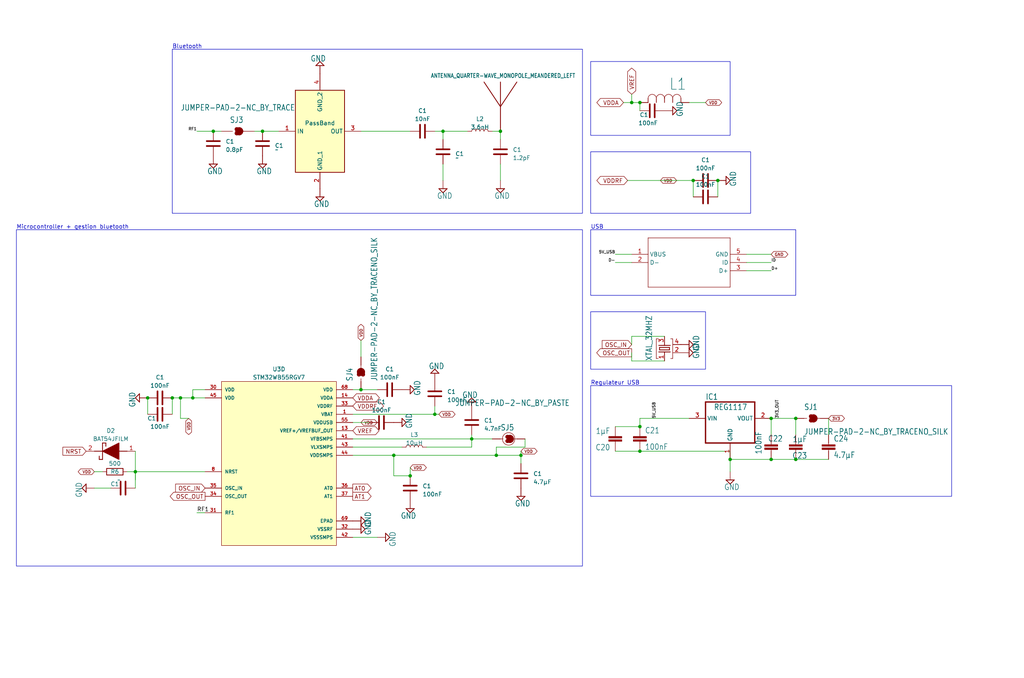
<source format=kicad_sch>
(kicad_sch (version 20230121) (generator eeschema)
  (paper "User" 317.068 210.007)
  (lib_symbols
    (symbol "BAT54:BAT54JFILM" (pin_names hide)
      (property "Reference" "D" (at 12.7 8.89 0))
      (property "Value" "BAT54JFILM" (at 12.7 6.35 0))
      (symbol "BAT54JFILM_1_1"
        (polyline (pts (xy 5.08 0) (xy 7.62 0)) (stroke (width 0.254)))
        (polyline (pts (xy 6.604 -1.524) (xy 6.604 -2.54)) (stroke (width 0.254)))
        (polyline (pts (xy 7.62 -2.54) (xy 6.604 -2.54)) (stroke (width 0.254)))
        (polyline (pts (xy 7.62 2.54) (xy 7.62 -2.54)) (stroke (width 0.254)))
        (polyline (pts (xy 7.62 2.54) (xy 8.636 2.54)) (stroke (width 0.254)))
        (polyline (pts (xy 8.636 1.524) (xy 8.636 2.54)) (stroke (width 0.254)))
        (polyline (pts (xy 12.7 0) (xy 15.24 0)) (stroke (width 0.254)))
        (polyline (pts (xy 7.62 0) (xy 12.7 2.54) (xy 12.7 -2.54) (xy 7.62 0)) (stroke (width 0.254)) (fill (type outline)))
        (pin passive line (at 17.78 0 180) (length 2.54) (name "A") (number "1"))
        (pin passive line (at 2.54 0 0) (length 2.54) (name "K") (number "2"))
      )
    )
    (symbol "Device:C" (pin_numbers hide) (pin_names (offset 0.254))
      (property "Reference" "C" (at 0.635 2.54 0))
      (property "Value" "C" (at 0.635 -2.54 0))
      (symbol "C_0_1"
        (polyline (pts (xy -2.032 -0.762) (xy 2.032 -0.762)) (stroke (width 0.508)))
        (polyline (pts (xy -2.032 0.762) (xy 2.032 0.762)) (stroke (width 0.508)))
      )
      (symbol "C_1_1"
        (pin passive line (at 0 3.81 270) (length 2.794) (name "~") (number "1"))
        (pin passive line (at 0 -3.81 90) (length 2.794) (name "~") (number "2"))
      )
    )
    (symbol "Device:L" (pin_numbers hide) (pin_names (offset 1.016) hide)
      (property "Reference" "L" (at -1.27 0 90))
      (property "Value" "L" (at 1.905 0 90))
      (symbol "L_0_1"
        (arc (start 0 -2.54) (mid 0.6323 -1.905) (end 0 -1.27))
        (arc (start 0 -1.27) (mid 0.6323 -0.635) (end 0 0))
        (arc (start 0 0) (mid 0.6323 0.635) (end 0 1.27))
        (arc (start 0 1.27) (mid 0.6323 1.905) (end 0 2.54))
      )
      (symbol "L_1_1"
        (pin passive line (at 0 3.81 270) (length 1.27) (name "1") (number "1"))
        (pin passive line (at 0 -3.81 90) (length 1.27) (name "2") (number "2"))
      )
    )
    (symbol "Device:R" (pin_numbers hide) (pin_names (offset 0))
      (property "Reference" "R" (at 2.032 0 90))
      (property "Value" "R" (at 0 0 90))
      (symbol "R_0_1"
        (rectangle (start -1.016 -2.54) (end 1.016 2.54) (stroke (width 0.254)))
      )
      (symbol "R_1_1"
        (pin passive line (at 0 3.81 270) (length 1.27) (name "~") (number "1"))
        (pin passive line (at 0 -3.81 90) (length 1.27) (name "~") (number "2"))
      )
    )
    (symbol "PassBandFI212B245026-T:FI212B245026-T"
      (property "Reference" "FL" (at 21.59 17.78 0))
      (property "Value" "FI212B245026-T" (at 21.59 15.24 0))
      (symbol "FI212B245026-T_1_1"
        (rectangle (start 5.08 12.7) (end 20.32 -12.7) (stroke (width 0.254)) (fill (type background)))
        (pin passive line (at 0 0 0) (length 5.08) (name "IN") (number "1"))
        (pin passive line (at 12.7 -17.78 90) (length 5.08) (name "GND_1") (number "2"))
        (pin passive line (at 25.4 0 180) (length 5.08) (name "OUT") (number "3"))
        (pin passive line (at 12.7 17.78 270) (length 5.08) (name "GND_2") (number "4"))
      )
    )
    (symbol "STM32WB55RGV7:STM32WB55RGV7" (pin_names (offset 1.016))
      (property "Reference" "U3" (at 0 29.21 0))
      (property "Value" "STM32WB55RGV7" (at 0 26.67 0))
      (symbol "STM32WB55RGV7_1_0"
        (rectangle (start -68.58 -25.4) (end 68.58 22.86) (stroke (width 0.1524)) (fill (type background)))
        (pin bidirectional line (at -73.66 17.78 0) (length 5.08) (name "PA0/TIM2_CH1/COMP1_OUT/SAI1_EXTCLK/TIM2_ETR/CM4_EVENTOUT/COMP1_INM/ADC1_IN5/RTC_TAMP2/WKUP1") (number "15"))
        (pin bidirectional line (at -73.66 15.24 0) (length 5.08) (name "PA1/TIM2_CH2/I2C1_SMBA/SPI1_SCK/LCD_SEG0/CM4_EVENTOUT/COMP1_INP/ADC1_IN6") (number "16"))
        (pin bidirectional line (at -73.66 12.7 0) (length 5.08) (name "PA2/LSCO/TIM2_CH3/LPUART1_TX/QUADSPI_BK1_NCS/LCD_SEG1/COMP2_OUT/CM4_EVENTOUT/COMP2_INM/ADC1_IN7/WKUP4/LSCO") (number "17"))
        (pin bidirectional line (at -73.66 10.16 0) (length 5.08) (name "PA3/TIM2_CH4/SAI1_PDM_CK1/LPUART1_RX/QUADSPI_CLK/LCD_SEG2/SAI1_MCLK_A/CM4_EVENTOUT/COMP2_INP/ADC1_IN8") (number "18"))
        (pin bidirectional line (at -73.66 7.62 0) (length 5.08) (name "PA4/SPI1_NSS/SAI1_FS_B/LPTIM2_OUT/LCD_SEG5/CM4_EVENTOUT/COMP1_INM/COMP2_INM/ADC1_IN9") (number "19"))
        (pin bidirectional line (at -73.66 5.08 0) (length 5.08) (name "PA5/TIM2_CH1/TIM2_ETR/SPI1_SCK/LPTIM2_ETR/SAI1_SD_B/CM4_EVENTOUT/COMP1_INM/COMP2_INM/ADC1_IN10") (number "20"))
        (pin bidirectional line (at -73.66 2.54 0) (length 5.08) (name "PA6/TIM1_BKIN/SPI1_MISO/LPUART1_CTS/QUADSPI_BK1_IO3/LCD_SEG3/TIM16_CH1/CM4_EVENTOUT/ADC1_IN11") (number "21"))
        (pin bidirectional line (at -73.66 0 0) (length 5.08) (name "PA7/TIM1_CH1N/I2C3_SCL/SPI1_MOSI/QUADSPI_BK1_IO2/LCD_SEG4/COMP2_OUT/TIM17_CH1/CM4_EVENTOUT/ADC1_IN12") (number "22"))
        (pin bidirectional line (at -73.66 -2.54 0) (length 5.08) (name "PA8/MCO/TIM1_CH1/SAI1_PDM_CK2/USART1_CK/LCD_COM0/SAI1_SCK_A/LPTIM2_OUT/CM4_EVENTOUT/ADC1_IN15") (number "23"))
        (pin bidirectional line (at -73.66 -5.08 0) (length 5.08) (name "PA9/TIM1_CH2/SAI1_PDM_DI2/I2C1_SCL/SPI2_SCK/USART1_TX/LCD_COM1/SAI1_FS_A/CM4_EVENTOUT/COMP1_INM/ADC1_IN16") (number "24"))
        (pin bidirectional line (at -73.66 -7.62 0) (length 5.08) (name "PA10/TIM1_CH3/SAI1_PDM_DI1/I2C1_SDA/USART1_RX/USB_CRS_SYNC/LCD_COM2/SAI1_SD_A/TIM17_BKIN/CM4_EVENTOUT") (number "51"))
        (pin bidirectional line (at -73.66 -10.16 0) (length 5.08) (name "PA11/TIM1_CH4/TIM1_BKIN2/SPI1_MISO/USART1_CTS/USB_DM/CM4_EVENTOUT") (number "52"))
        (pin bidirectional line (at -73.66 -12.7 0) (length 5.08) (name "PA12/TIM1_ETR/SPI1_MOSI/LPUART1_RX/USART1_RTS_DE/USB_DP/CM4_EVENTOUT") (number "53"))
        (pin bidirectional line (at -73.66 -15.24 0) (length 5.08) (name "PA13/JTMS-SWDIO/IR_OUT/USB_NOE/SAI1_SD_B/CM4_EVENTOUT") (number "54"))
        (pin bidirectional line (at -73.66 -17.78 0) (length 5.08) (name "PA14/JTCK-SWCLK/LPTIM1_OUT/I2C1_SMBA/LCD_SEG5/SAI1_FS_B/CM4_EVENTOUT") (number "56"))
        (pin bidirectional line (at -73.66 -20.32 0) (length 5.08) (name "PA15/JTDI/TIM2_CH1/TIM2_ETR/SPI1_NSS/TSC_G3_IO1/LCD_SEG17/CM4_EVENTOUT") (number "57"))
      )
      (symbol "STM32WB55RGV7_2_0"
        (rectangle (start -71.12 -25.4) (end 71.12 22.86) (stroke (width 0.1524)) (fill (type background)))
        (pin bidirectional line (at -76.2 12.7 0) (length 5.08) (name "PB2/RTC_OUT/LPTIM1_OUT/I2C3_SMBA/SPI1_NSS/LCD_VLCD/SAI1_EXTCLK/CM4_EVENTOUT/COMP1_INP") (number "27"))
        (pin bidirectional line (at -76.2 -7.62 0) (length 5.08) (name "PB10/TIM2_CH3/I2C3_SCL/SPI2_SCK/LPUART1_RX/TSC_SYNC/QUADSPI_CLK/LCD_SEG10/COMP1_OUT/SAI1_SCK_A/CM4_EVENTOUT") (number "28"))
        (pin bidirectional line (at -76.2 -10.16 0) (length 5.08) (name "PB11/TIM2_CH4/I2C3_SDA/LPUART1_TX/QUADSPI_BK1_NCS/LCD_SEG11/COMP2_OUT/CM4_EVENTOUT") (number "29"))
        (pin bidirectional line (at -76.2 17.78 0) (length 5.08) (name "PB0/COMP1_OUT/CM4_EVENTOUT/EXT_PA_TX") (number "38"))
        (pin bidirectional line (at -76.2 15.24 0) (length 5.08) (name "PB1/LPUART1_RTS_DE/LPTIM2_IN1/CM4_EVENTOUT") (number "39"))
        (pin bidirectional line (at -76.2 -12.7 0) (length 5.08) (name "PB12/TIM1_BKIN/I2C3_SMBA/SPI2_NSS/LPUART1_RTS/TSC_G1_IO1/LCD_SEG12/SAI1_FS_A/CM4_EVENTOUT") (number "46"))
        (pin bidirectional line (at -76.2 -15.24 0) (length 5.08) (name "PB13/TIM1_CH1N/I2C3_SCL/SPI2_SCK/LPUART1_CTS/TSC_G1_IO2/LCD_SEG13/SAI1_SCK_A/CM4_EVENTOUT") (number "47"))
        (pin bidirectional line (at -76.2 -17.78 0) (length 5.08) (name "PB14/TIM1_CH2N/I2C3_SDA/SPI2_MISO/TSC_G1_IO3/LCD_SEG14/SAI1_MCLK_A/CM4_EVENTOUT") (number "48"))
        (pin bidirectional line (at -76.2 -20.32 0) (length 5.08) (name "PB15/RTC_REFIN/TIM1_CH3N/SPI2_MOSI/TSC_G1_IO4/LCD_SEG15/SAI1_SD_A/CM4_EVENTOUT") (number "49"))
        (pin bidirectional line (at -76.2 -2.54 0) (length 5.08) (name "PB8/TIM1_CH2N/SAI1_PDM_CK1/I2C1_SCL/QUADSPI_BK1_IO1/LCD_SEG16/SAI1_MCLK_A/TIM16_CH1/CM4_EVENTOUT") (number "6"))
        (pin bidirectional line (at -76.2 10.16 0) (length 5.08) (name "PB3/JTDO-TRACESWO/TIM2_CH2/SPI1_SCK/USART1_RTS_DE/LCD_SEG7/SAI1_SCK_B/CM4_EVENTOUT/COMP2_INM") (number "63"))
        (pin bidirectional line (at -76.2 7.62 0) (length 5.08) (name "PB4/NJTRST/I2C3_SDA/SPI1_MISO/USART1_CTS/TSC_G2_IO1/LCD_SEG8/SAI1_MCLK_B/TIM17_BKIN/CM4_EVENTOUT/COMP2_INP") (number "64"))
        (pin bidirectional line (at -76.2 5.08 0) (length 5.08) (name "PB5/LPTIM1_IN1/I2C1_SMBA/SPI1_MOSI/USART1_CK/LPUART1_TX/TSC_G2_IO2/LCD_SEG9/COMP2_OUT/SAI1_SD_B/TIM16_BKIN/CM4_EVENTOUT") (number "65"))
        (pin bidirectional line (at -76.2 2.54 0) (length 5.08) (name "PB6/LPTIM1_ETR/I2C1_SCL/USART1_TX/TSC_G2_IO3/LCD_SEG6/SAI1_FS_B/TIM16_CH1N/MCO/CM4_EVENTOUT/COMP2_INP") (number "66"))
        (pin bidirectional line (at -76.2 0 0) (length 5.08) (name "PB7/LPTIM1_IN2/TIM1_BKIN/I2C1_SDA/USART1_RX/TSC_G2_IO4/LCD_SEG21/TIM17_CH1N/CM4_EVENTOUT/COMP2_INM/PVD_IN") (number "67"))
        (pin bidirectional line (at -76.2 -5.08 0) (length 5.08) (name "PB9/TIM1_CH3N/SAI1_PDM_DI2/I2C1_SDA/SPI2_NSS/IR_OUT/TSC_G7_IO4/QUADSPI_BK1_IO0/LCD_COM3/SAI1_FS_A/TIM17_CH1/CM4_EVENTOUT") (number "7"))
      )
      (symbol "STM32WB55RGV7_3_0"
        (rectangle (start -53.34 -30.48) (end 53.34 27.94) (stroke (width 0.1524)) (fill (type background)))
        (pin bidirectional line (at -58.42 20.32 0) (length 5.08) (name "PC1/LPTIM1_OUT/SPI2_MOSI/I2C3_SDA/LPUART1_TX/LCD_SEG19/CM4_EVENTOUT/ADC1_IN2") (number "10"))
        (pin bidirectional line (at -58.42 17.78 0) (length 5.08) (name "PC2/LPTIM1_IN2/SPI2_MISO/LCD_SEG20/CM4_EVENTOUT/ADC1_IN3") (number "11"))
        (pin bidirectional line (at -58.42 15.24 0) (length 5.08) (name "PC3/LPTIM1_ETR/SAI1_PDM_DI1/SPI2_MOSI/LCD_VLCD/SAI1_SD_A/LPTIM2_ETR/CM4_EVENTOUT/ADC1_IN4") (number "12"))
        (pin bidirectional line (at -58.42 -2.54 0) (length 5.08) (name "PC13/CM4_EVENTOUT/RTC_TAMP1/RTC_TS/RTC_OUT/WKUP2") (number "2"))
        (pin bidirectional line (at -58.42 12.7 0) (length 5.08) (name "PC4/LCD_SEG22/CM4_EVENTOUT/COMP1_INM/ADC1_IN13") (number "25"))
        (pin bidirectional line (at -58.42 10.16 0) (length 5.08) (name "PC5/SAI1_PDM_DI3/LCD_SEG23/CM4_EVENTOUT/COMP1_INP/ADC1_IN14/WKUP5") (number "26"))
        (pin bidirectional line (at -58.42 -5.08 0) (length 5.08) (name "PC14-OSC32_IN") (number "3"))
        (pin bidirectional line (at -58.42 -7.62 0) (length 5.08) (name "PC15-OSC32_OUT") (number "4"))
        (pin bidirectional line (at -58.42 -20.32 0) (length 5.08) (name "PE4/CM4_EVENTOUT") (number "40"))
        (pin bidirectional line (at -58.42 -25.4 0) (length 5.08) (name "PH3-BOOT0") (number "5"))
        (pin bidirectional line (at -58.42 7.62 0) (length 5.08) (name "PC6/TSC_G4_IO1/LCD_SEG24/CM4_EVENTOUT") (number "50"))
        (pin bidirectional line (at -58.42 5.08 0) (length 5.08) (name "PC10/TRACED1/TSC_G3_IO2/LCD_COM4/LCD_SEG28/LCD_SEG40/CM4_EVENTOUT") (number "58"))
        (pin bidirectional line (at -58.42 2.54 0) (length 5.08) (name "PC11/TSC_G3_IO3/LCD_COM5/LCD_SEG29/LCD_SEG41/CM4_EVENTOUT") (number "59"))
        (pin bidirectional line (at -58.42 0 0) (length 5.08) (name "PC12/TRACED3/TSC_G3_IO4/LCD_COM6/LCD_SEG30/LCD_SEG42/CM4_EVENTOUT") (number "60"))
        (pin bidirectional line (at -58.42 -12.7 0) (length 5.08) (name "PD0/SPI2_NSS/CM4_EVENTOUT") (number "61"))
        (pin bidirectional line (at -58.42 -15.24 0) (length 5.08) (name "PD1/SPI2_SCK/CM4_EVENTOUT") (number "62"))
        (pin bidirectional line (at -58.42 22.86 0) (length 5.08) (name "PC0/LPTIM1_IN1/I2C3_SCL/LPUART1_RX/LCD_SEG18/LPTIM2_IN1/CM4_EVENTOUT/ADC1_IN1") (number "9"))
      )
      (symbol "STM32WB55RGV7_4_0"
        (rectangle (start -17.78 -25.4) (end 17.78 25.4) (stroke (width 0.1524)) (fill (type background)))
        (pin power_in line (at 22.86 15.24 180) (length 5.08) (name "VBAT") (number "1"))
        (pin power_in line (at 22.86 10.16 180) (length 5.08) (name "VREF+/VREFBUF_OUT") (number "13"))
        (pin power_in line (at 22.86 20.32 180) (length 5.08) (name "VDDA") (number "14"))
        (pin power_in line (at -22.86 22.86 0) (length 5.08) (name "VDD") (number "30"))
        (pin bidirectional line (at -22.86 -15.24 0) (length 5.08) (name "RF1") (number "31"))
        (pin power_in line (at 22.86 -20.32 180) (length 5.08) (name "VSSRF") (number "32"))
        (pin power_in line (at 22.86 17.78 180) (length 5.08) (name "VDDRF") (number "33"))
        (pin output line (at -22.86 -10.16 0) (length 5.08) (name "OSC_OUT") (number "34"))
        (pin input line (at -22.86 -7.62 0) (length 5.08) (name "OSC_IN") (number "35"))
        (pin output line (at 22.86 -7.62 180) (length 5.08) (name "AT0") (number "36"))
        (pin output line (at 22.86 -10.16 180) (length 5.08) (name "AT1") (number "37"))
        (pin power_in line (at 22.86 7.62 180) (length 5.08) (name "VFBSMPS") (number "41"))
        (pin power_in line (at 22.86 -22.86 180) (length 5.08) (name "VSSSMPS") (number "42"))
        (pin power_in line (at 22.86 5.08 180) (length 5.08) (name "VLXSMPS") (number "43"))
        (pin power_in line (at 22.86 2.54 180) (length 5.08) (name "VDDSMPS") (number "44"))
        (pin power_in line (at -22.86 20.32 0) (length 5.08) (name "VDD") (number "45"))
        (pin power_in line (at 22.86 12.7 180) (length 5.08) (name "VDDUSB") (number "55"))
        (pin power_in line (at 22.86 22.86 180) (length 5.08) (name "VDD") (number "68"))
        (pin power_in line (at 22.86 -17.78 180) (length 5.08) (name "EPAD") (number "69"))
        (pin input line (at -22.86 -2.54 0) (length 5.08) (name "NRST") (number "8"))
      )
    )
    (symbol "board-eagle-import:473460001"
      (symbol "473460001_1_0"
        (polyline (pts (xy 7.62 -10.16) (xy 33.02 -10.16)) (stroke (width 0.1524)))
        (polyline (pts (xy 7.62 5.08) (xy 7.62 -10.16)) (stroke (width 0.1524)))
        (polyline (pts (xy 33.02 -10.16) (xy 33.02 5.08)) (stroke (width 0.1524)))
        (polyline (pts (xy 33.02 5.08) (xy 7.62 5.08)) (stroke (width 0.1524)))
        (pin passive line (at 2.54 0 0) (length 5.08) (name "VBUS") (number "1"))
        (pin passive line (at 2.54 -2.54 0) (length 5.08) (name "D-") (number "2"))
        (pin passive line (at 38.1 -5.08 180) (length 5.08) (name "D+") (number "3"))
        (pin passive line (at 38.1 -2.54 180) (length 5.08) (name "ID") (number "4"))
        (pin passive line (at 38.1 0 180) (length 5.08) (name "GND") (number "5"))
      )
    )
    (symbol "board-eagle-import:ANTENNA_QUARTER-WAVE_MONOPOLE_MEANDERED_LEFT"
      (symbol "ANTENNA_QUARTER-WAVE_MONOPOLE_MEANDERED_LEFT_1_0"
        (polyline (pts (xy 0 0) (xy 0 7.62)) (stroke (width 0.254)))
        (polyline (pts (xy 0 7.62) (xy -5.08 15.24)) (stroke (width 0.254)))
        (polyline (pts (xy 0 7.62) (xy 0 15.24)) (stroke (width 0.254)))
        (polyline (pts (xy 0 7.62) (xy 5.08 15.24)) (stroke (width 0.254)))
        (pin bidirectional line (at 0 0 90) (length 0) (name "P$1") (number "P$1"))
      )
    )
    (symbol "board-eagle-import:BLM15AG601SN1D"
      (symbol "BLM15AG601SN1D_1_0"
        (polyline (pts (xy 2.54 0) (xy 2.54 1.27)) (stroke (width 0.2032)))
        (polyline (pts (xy 5.08 0) (xy 5.08 1.27)) (stroke (width 0.2032)))
        (polyline (pts (xy 7.62 0) (xy 7.62 1.27)) (stroke (width 0.2032)))
        (polyline (pts (xy 10.16 0) (xy 10.16 1.27)) (stroke (width 0.2032)))
        (polyline (pts (xy 12.7 0) (xy 12.7 1.27)) (stroke (width 0.2032)))
        (arc (start 5.08 1.27) (mid 3.81 2.5345) (end 2.54 1.27) (stroke (width 0.1524)))
        (arc (start 7.62 1.27) (mid 6.35 2.5345) (end 5.08 1.27) (stroke (width 0.1524)))
        (arc (start 10.16 1.27) (mid 8.89 2.5345) (end 7.62 1.27) (stroke (width 0.1524)))
        (arc (start 12.7 1.27) (mid 11.43 2.5345) (end 10.16 1.27) (stroke (width 0.1524)))
        (pin passive line (at 15.24 0 180) (length 2.54) (name "1") (number "1"))
        (pin passive line (at 0 0 0) (length 2.54) (name "2") (number "2"))
      )
    )
    (symbol "board-eagle-import:CAP0603-CAP"
      (property "Reference" "C" (at 1.524 2.921 0))
      (symbol "CAP0603-CAP_1_0"
        (rectangle (start -2.032 0.508) (end 2.032 1.016) (fill (type outline)))
        (rectangle (start -2.032 1.524) (end 2.032 2.032) (fill (type outline)))
        (polyline (pts (xy 0 0) (xy 0 0.508)) (stroke (width 0.1524)))
        (polyline (pts (xy 0 2.54) (xy 0 2.032)) (stroke (width 0.1524)))
        (pin passive line (at 0 5.08 270) (length 2.54) (name "1") (number "1"))
        (pin passive line (at 0 -2.54 90) (length 2.54) (name "2") (number "2"))
      )
    )
    (symbol "board-eagle-import:CAP0805"
      (property "Reference" "C" (at 1.524 2.921 0))
      (symbol "CAP0805_1_0"
        (rectangle (start -2.032 0.508) (end 2.032 1.016) (fill (type outline)))
        (rectangle (start -2.032 1.524) (end 2.032 2.032) (fill (type outline)))
        (polyline (pts (xy 0 0) (xy 0 0.508)) (stroke (width 0.1524)))
        (polyline (pts (xy 0 2.54) (xy 0 2.032)) (stroke (width 0.1524)))
        (pin passive line (at 0 5.08 270) (length 2.54) (name "1") (number "1"))
        (pin passive line (at 0 -2.54 90) (length 2.54) (name "2") (number "2"))
      )
    )
    (symbol "board-eagle-import:GND" (power)
      (property "Value" "GND" (at -1.905 -3.175 0))
      (symbol "GND_1_0"
        (polyline (pts (xy -1.27 0) (xy 1.27 0)) (stroke (width 0.254)))
        (polyline (pts (xy 0 -1.27) (xy -1.27 0)) (stroke (width 0.254)))
        (polyline (pts (xy 1.27 0) (xy 0 -1.27)) (stroke (width 0.254)))
        (pin power_in line (at 0 2.54 270) (length 2.54) (name "GND") (number "1"))
      )
    )
    (symbol "board-eagle-import:JUMPER-PAD-2-NC_BY_PASTE"
      (property "Reference" "SJ" (at -2.54 2.54 0))
      (symbol "JUMPER-PAD-2-NC_BY_PASTE_1_0"
        (arc (start -0.381 -0.635) (mid 0.2514 -0.0001) (end -0.3808 0.635) (stroke (width 1.27)))
        (polyline (pts (xy -2.54 0) (xy -1.651 0)) (stroke (width 0.1524)))
        (polyline (pts (xy 2.54 0) (xy 1.651 0)) (stroke (width 0.1524)))
        (circle (center 0 0) (radius 1.9344))
        (arc (start 0.3808 -0.635) (mid 1.0132 -0.0001) (end 0.381 0.635) (stroke (width 1.27)))
        (pin passive line (at -5.08 0 0) (length 2.54) (name "1") (number "1"))
        (pin passive line (at 5.08 0 180) (length 2.54) (name "2") (number "2"))
      )
    )
    (symbol "board-eagle-import:JUMPER-PAD-2-NC_BY_TRACE"
      (property "Reference" "SJ" (at -2.54 2.54 0))
      (symbol "JUMPER-PAD-2-NC_BY_TRACE_1_0"
        (arc (start -0.381 -0.635) (mid 0.2514 -0.0001) (end -0.3808 0.635) (stroke (width 1.27)))
        (polyline (pts (xy -2.54 0) (xy -1.651 0)) (stroke (width 0.1524)))
        (polyline (pts (xy -0.762 0) (xy 1.016 0)) (stroke (width 0.254)))
        (polyline (pts (xy 2.54 0) (xy 1.651 0)) (stroke (width 0.1524)))
        (arc (start 0.3809 -0.6351) (mid 0.83 -0.4491) (end 1.016 0) (stroke (width 1.27)))
        (arc (start 1.0159 -0.0001) (mid 0.83 0.4489) (end 0.381 0.635) (stroke (width 1.27)))
        (pin passive line (at -5.08 0 0) (length 2.54) (name "1") (number "1"))
        (pin passive line (at 5.08 0 180) (length 2.54) (name "2") (number "2"))
      )
    )
    (symbol "board-eagle-import:JUMPER-PAD-2-NC_BY_TRACENO_SILK"
      (property "Reference" "SJ" (at -2.54 2.54 0))
      (symbol "JUMPER-PAD-2-NC_BY_TRACENO_SILK_1_0"
        (arc (start -0.381 -0.635) (mid 0.2514 -0.0001) (end -0.3808 0.635) (stroke (width 1.27)))
        (polyline (pts (xy -2.54 0) (xy -1.651 0)) (stroke (width 0.1524)))
        (polyline (pts (xy -0.762 0) (xy 1.016 0)) (stroke (width 0.254)))
        (polyline (pts (xy 2.54 0) (xy 1.651 0)) (stroke (width 0.1524)))
        (arc (start 0.3809 -0.6351) (mid 0.83 -0.4491) (end 1.016 0) (stroke (width 1.27)))
        (arc (start 1.0159 -0.0001) (mid 0.83 0.4489) (end 0.381 0.635) (stroke (width 1.27)))
        (pin passive line (at -5.08 0 0) (length 2.54) (name "1") (number "1"))
        (pin passive line (at 5.08 0 180) (length 2.54) (name "2") (number "2"))
      )
    )
    (symbol "board-eagle-import:REG1117"
      (property "Reference" "IC" (at -7.62 5.715 0))
      (symbol "REG1117_1_0"
        (polyline (pts (xy -7.62 -7.62) (xy 7.62 -7.62)) (stroke (width 0.4064)))
        (polyline (pts (xy -7.62 5.08) (xy -7.62 -7.62)) (stroke (width 0.4064)))
        (polyline (pts (xy 7.62 -7.62) (xy 7.62 5.08)) (stroke (width 0.4064)))
        (polyline (pts (xy 7.62 5.08) (xy -7.62 5.08)) (stroke (width 0.4064)))
        (pin power_in line (at 0 -12.7 90) (length 5.08) (name "GND") (number "1"))
        (pin output line (at 12.7 0 180) (length 5.08) (name "VOUT") (number "2"))
        (pin input line (at -12.7 0 0) (length 5.08) (name "VIN") (number "3"))
      )
    )
    (symbol "board-eagle-import:XTAL_32MHZ"
      (symbol "XTAL_32MHZ_1_0"
        (polyline (pts (xy 0.762 0) (xy 0.762 0.635)) (stroke (width 0.1524)))
        (polyline (pts (xy 0.762 0) (xy 6.858 0)) (stroke (width 0.1524)))
        (polyline (pts (xy 0.762 4.445) (xy 0.762 5.08)) (stroke (width 0.1524)))
        (polyline (pts (xy 0.762 5.08) (xy 6.858 5.08)) (stroke (width 0.1524)))
        (polyline (pts (xy 2.54 2.54) (xy 2.794 2.54)) (stroke (width 0.1524)))
        (polyline (pts (xy 2.794 2.54) (xy 2.794 0.762)) (stroke (width 0.254)))
        (polyline (pts (xy 2.794 4.318) (xy 2.794 2.54)) (stroke (width 0.254)))
        (polyline (pts (xy 3.429 1.016) (xy 4.191 1.016)) (stroke (width 0.254)))
        (polyline (pts (xy 3.429 4.064) (xy 3.429 1.016)) (stroke (width 0.254)))
        (polyline (pts (xy 4.191 1.016) (xy 4.191 4.064)) (stroke (width 0.254)))
        (polyline (pts (xy 4.191 4.064) (xy 3.429 4.064)) (stroke (width 0.254)))
        (polyline (pts (xy 4.826 2.54) (xy 4.826 0.762)) (stroke (width 0.254)))
        (polyline (pts (xy 4.826 2.54) (xy 5.08 2.54)) (stroke (width 0.1524)))
        (polyline (pts (xy 4.826 4.318) (xy 4.826 2.54)) (stroke (width 0.254)))
        (polyline (pts (xy 6.858 0.635) (xy 6.858 0)) (stroke (width 0.1524)))
        (polyline (pts (xy 6.858 5.08) (xy 6.858 4.445)) (stroke (width 0.1524)))
        (pin passive line (at 0 2.54 0) (length 2.54) (name "1") (number "1"))
        (pin passive line (at 2.54 -2.54 90) (length 2.54) (name "2") (number "2"))
        (pin passive line (at 7.62 2.54 180) (length 2.54) (name "3") (number "3"))
        (pin passive line (at 5.08 -2.54 90) (length 2.54) (name "4") (number "4"))
      )
    )
  )
  (junction (at 81.28 40.64))
  (junction (at 198.12 139.7))
  (junction (at 146.05 135.89))
  (junction (at 59.69 123.19))
  (junction (at 195.58 31.75))
  (junction (at 214.63 55.88))
  (junction (at 238.76 129.54))
  (junction (at 134.62 128.27))
  (junction (at 55.88 123.19))
  (junction (at 137.16 40.64))
  (junction (at 226.06 142.24))
  (junction (at 127 147.32))
  (junction (at 246.38 142.24))
  (junction (at 198.12 132.08))
  (junction (at 154.94 40.64))
  (junction (at 246.38 129.54))
  (junction (at 238.76 142.24))
  (junction (at 53.34 123.19))
  (junction (at 111.76 120.65))
  (junction (at 222.25 55.88))
  (junction (at 41.91 146.05))
  (junction (at 161.29 140.97))
  (junction (at 45.72 123.19))
  (junction (at 153.67 140.97))
  (junction (at 198.12 31.75))
  (junction (at 66.04 40.64))
  (junction (at 121.92 140.97))
  (wire (pts (xy 190.5 139.7) (xy 198.12 139.7)) (stroke (width 0.1524)))
  (wire (pts (xy 137.16 55.88) (xy 137.16 50.8)) (stroke (width 0.1524)))
  (wire (pts (xy 78.74 40.64) (xy 81.28 40.64)) (stroke (width 0.1524)))
  (wire (pts (xy 256.54 134.62) (xy 256.54 129.54)) (stroke (width 0.1524)))
  (wire (pts (xy 55.88 123.19) (xy 59.69 123.19)))
  (wire (pts (xy 146.05 135.89) (xy 146.05 138.43)))
  (wire (pts (xy 132.08 138.43) (xy 146.05 138.43)))
  (wire (pts (xy 134.62 125.73) (xy 134.62 128.27)))
  (wire (pts (xy 213.36 31.75) (xy 218.44 31.75)) (stroke (width 0.1524)))
  (wire (pts (xy 109.22 128.27) (xy 134.62 128.27)))
  (wire (pts (xy 114.3 130.81) (xy 109.22 130.81)) (stroke (width 0.1524)))
  (wire (pts (xy 109.22 135.89) (xy 146.05 135.89)) (stroke (width 0.1524)))
  (wire (pts (xy 198.12 129.54) (xy 213.36 129.54)) (stroke (width 0.1524)))
  (wire (pts (xy 198.12 132.08) (xy 198.12 129.54)) (stroke (width 0.1524)))
  (wire (pts (xy 161.29 140.97) (xy 161.29 143.51)))
  (wire (pts (xy 238.76 134.62) (xy 238.76 129.54)) (stroke (width 0.1524)))
  (wire (pts (xy 195.58 31.75) (xy 198.12 31.75)) (stroke (width 0.1524)))
  (wire (pts (xy 231.14 78.74) (xy 238.76 78.74)) (stroke (width 0.1524)))
  (wire (pts (xy 41.91 146.05) (xy 63.5 146.05)))
  (wire (pts (xy 60.96 40.64) (xy 66.04 40.64)) (stroke (width 0.1524)))
  (wire (pts (xy 55.88 129.54) (xy 55.88 123.19)))
  (wire (pts (xy 66.04 40.64) (xy 68.58 40.64)) (stroke (width 0.1524)))
  (wire (pts (xy 195.58 78.74) (xy 190.5 78.74)) (stroke (width 0.1524)))
  (wire (pts (xy 195.58 109.22) (xy 195.58 111.76)) (stroke (width 0.1524)))
  (wire (pts (xy 153.67 140.97) (xy 161.29 140.97)))
  (wire (pts (xy 41.91 139.7) (xy 41.91 146.05)))
  (wire (pts (xy 198.12 139.7) (xy 226.06 139.7)) (stroke (width 0.1524)))
  (wire (pts (xy 195.58 29.21) (xy 195.58 31.75)))
  (wire (pts (xy 146.05 135.89) (xy 152.4 135.89)) (stroke (width 0.1524)))
  (wire (pts (xy 58.42 129.54) (xy 55.88 129.54)))
  (wire (pts (xy 111.76 40.64) (xy 127 40.64)) (stroke (width 0.1524)))
  (wire (pts (xy 124.46 138.43) (xy 109.22 138.43)) (stroke (width 0.1524)))
  (wire (pts (xy 121.92 140.97) (xy 121.92 147.32)))
  (wire (pts (xy 41.91 146.05) (xy 41.91 148.59)))
  (wire (pts (xy 214.63 55.88) (xy 214.63 60.96)) (stroke (width 0.1524)))
  (wire (pts (xy 60.96 158.75) (xy 63.5 158.75)))
  (wire (pts (xy 127 144.78) (xy 127 147.32)))
  (wire (pts (xy 109.22 140.97) (xy 121.92 140.97)))
  (wire (pts (xy 226.06 142.24) (xy 226.06 146.05)) (stroke (width 0.1524)))
  (wire (pts (xy 146.05 134.62) (xy 146.05 135.89)))
  (wire (pts (xy 256.54 142.24) (xy 246.38 142.24)) (stroke (width 0.1524)))
  (wire (pts (xy 238.76 129.54) (xy 246.38 129.54)) (stroke (width 0.1524)))
  (wire (pts (xy 45.72 128.27) (xy 45.72 123.19)) (stroke (width 0.1524)))
  (wire (pts (xy 81.28 40.64) (xy 86.36 40.64)) (stroke (width 0.1524)))
  (wire (pts (xy 162.56 135.89) (xy 162.56 138.43)))
  (wire (pts (xy 238.76 142.24) (xy 226.06 142.24)) (stroke (width 0.1524)))
  (wire (pts (xy 161.29 139.7) (xy 161.29 140.97)))
  (wire (pts (xy 53.34 123.19) (xy 55.88 123.19)))
  (wire (pts (xy 246.38 129.54) (xy 246.38 134.62)) (stroke (width 0.1524)))
  (wire (pts (xy 53.34 123.19) (xy 53.34 128.27)) (stroke (width 0.1524)))
  (wire (pts (xy 195.58 104.14) (xy 205.74 104.14)) (stroke (width 0.1524)))
  (wire (pts (xy 152.4 40.64) (xy 154.94 40.64)) (stroke (width 0.1524)))
  (wire (pts (xy 121.92 147.32) (xy 127 147.32)))
  (wire (pts (xy 134.62 40.64) (xy 137.16 40.64)) (stroke (width 0.1524)))
  (wire (pts (xy 222.25 60.96) (xy 222.25 55.88)) (stroke (width 0.1524)))
  (wire (pts (xy 34.29 151.13) (xy 29.21 151.13)) (stroke (width 0.1524)))
  (wire (pts (xy 231.14 83.82) (xy 238.76 83.82)) (stroke (width 0.1524)))
  (wire (pts (xy 154.94 40.64) (xy 154.94 43.18)) (stroke (width 0.1524)))
  (wire (pts (xy 195.58 111.76) (xy 205.74 111.76)) (stroke (width 0.1524)))
  (wire (pts (xy 231.14 81.28) (xy 238.76 81.28)) (stroke (width 0.1524)))
  (wire (pts (xy 135.89 128.27) (xy 134.62 128.27)))
  (wire (pts (xy 39.37 146.05) (xy 41.91 146.05)))
  (wire (pts (xy 246.38 142.24) (xy 238.76 142.24)) (stroke (width 0.1524)))
  (wire (pts (xy 109.22 120.65) (xy 111.76 120.65)) (stroke (width 0.1524)))
  (wire (pts (xy 226.06 139.7) (xy 226.06 142.24)) (stroke (width 0.1524)))
  (wire (pts (xy 63.5 120.65) (xy 59.69 120.65)))
  (wire (pts (xy 162.56 138.43) (xy 153.67 138.43)))
  (wire (pts (xy 194.31 55.88) (xy 214.63 55.88)) (stroke (width 0.1524)))
  (wire (pts (xy 41.91 146.05) (xy 41.91 151.13)) (stroke (width 0.1524)))
  (wire (pts (xy 59.69 120.65) (xy 59.69 123.19)))
  (wire (pts (xy 198.12 31.75) (xy 198.12 34.29)) (stroke (width 0.1524)))
  (wire (pts (xy 31.75 146.05) (xy 29.21 146.05)) (stroke (width 0.1524)))
  (wire (pts (xy 190.5 132.08) (xy 198.12 132.08)) (stroke (width 0.1524)))
  (wire (pts (xy 153.67 138.43) (xy 153.67 140.97)))
  (wire (pts (xy 154.94 55.88) (xy 154.94 50.8)) (stroke (width 0.1524)))
  (wire (pts (xy 59.69 123.19) (xy 63.5 123.19)))
  (wire (pts (xy 195.58 106.68) (xy 195.58 104.14)) (stroke (width 0.1524)))
  (wire (pts (xy 193.04 31.75) (xy 195.58 31.75)) (stroke (width 0.1524)))
  (wire (pts (xy 137.16 40.64) (xy 137.16 43.18)) (stroke (width 0.1524)))
  (wire (pts (xy 137.16 40.64) (xy 144.78 40.64)))
  (wire (pts (xy 111.76 110.49) (xy 111.76 105.41)) (stroke (width 0.1524)))
  (wire (pts (xy 109.22 166.37) (xy 116.84 166.37)))
  (wire (pts (xy 121.92 140.97) (xy 153.67 140.97)))
  (wire (pts (xy 195.58 81.28) (xy 190.5 81.28)) (stroke (width 0.1524)))
  (wire (pts (xy 111.76 120.65) (xy 116.84 120.65)) (stroke (width 0.1524)))
  (rectangle (start 182.88 96.52) (end 218.44 114.3))
  (rectangle (start 5.08 71.12) (end 180.34 175.26))
  (rectangle (start 182.88 119.38) (end 294.64 153.67))
  (rectangle (start 53.34 15.24) (end 180.34 66.04))
  (rectangle (start 182.88 19.05) (end 226.06 41.91))
  (rectangle (start 182.88 71.12) (end 246.38 91.44))
  (rectangle (start 182.88 46.99) (end 232.41 66.04))
  (text "USB\n" (at 182.88 71.12 0) (effects (font (size 1.27 1.27)) (justify left bottom)))
  (text "Bluetooth" (at 53.34 15.24 0) (effects (font (size 1.27 1.27)) (justify left bottom)))
  (text "Regulateur USB" (at 182.88 119.38 0) (effects (font (size 1.27 1.27)) (justify left bottom)))
  (text "Microcontroller + gestion bluetooth" (at 5.08 71.12 0) (effects (font (size 1.27 1.27)) (justify left bottom)))
  (label "5V_USB" (at 190.5 78.74 180) (effects (font (size 0.889 0.889))))
  (label "3V3_OUT" (at 241.3 129.54 90) (effects (font (size 0.889 0.889))))
  (label "ID" (at 238.76 81.28 0) (effects (font (size 0.889 0.889))))
  (label "RF1" (at 60.96 40.64 180) (effects (font (size 0.889 0.889))))
  (label "D+" (at 238.76 83.82 0) (effects (font (size 0.889 0.889))))
  (label "D-" (at 190.5 81.28 180) (effects (font (size 0.889 0.889))))
  (label "5V_USB" (at 203.2 129.54 90) (effects (font (size 0.889 0.889))))
  (label "RF1" (at 60.96 158.75 0))
  (global_label "GND" (shape bidirectional) (at 238.76 78.74 0) (effects (font (size 0.889 0.889))) (property "Intersheetrefs" "${INTERSHEET_REFS}" (effects hide)))
  (global_label "3V3" (shape bidirectional) (at 256.54 129.54 0) (effects (font (size 0.889 0.889))) (property "Intersheetrefs" "${INTERSHEET_REFS}" (effects hide)))
  (global_label "VDD" (shape bidirectional) (at 111.76 105.41 90) (effects (font (size 0.889 0.889))) (property "Intersheetrefs" "${INTERSHEET_REFS}" (effects hide)))
  (global_label "VREF" (shape bidirectional) (at 195.58 29.21 90) (property "Intersheetrefs" "${INTERSHEET_REFS}" (effects hide)))
  (global_label "VDD" (shape bidirectional) (at 29.21 146.05 180) (effects (font (size 0.889 0.889))) (property "Intersheetrefs" "${INTERSHEET_REFS}" (effects hide)))
  (global_label "NRST" (shape input) (at 26.67 139.7 180) (property "Intersheetrefs" "${INTERSHEET_REFS}" (effects hide)))
  (global_label "OSC_IN" (shape input) (at 195.58 106.68 180) (property "Intersheetrefs" "${INTERSHEET_REFS}" (effects hide)))
  (global_label "VDD" (shape bidirectional) (at 204.47 55.88 0) (effects (font (size 0.889 0.889))) (property "Intersheetrefs" "${INTERSHEET_REFS}" (effects hide)))
  (global_label "AT1" (shape output) (at 109.22 153.67 0) (property "Intersheetrefs" "${INTERSHEET_REFS}" (effects hide)))
  (global_label "AT0" (shape output) (at 109.22 151.13 0) (property "Intersheetrefs" "${INTERSHEET_REFS}" (effects hide)))
  (global_label "VDDA" (shape bidirectional) (at 193.04 31.75 180) (property "Intersheetrefs" "${INTERSHEET_REFS}" (effects hide)))
  (global_label "VDD" (shape bidirectional) (at 58.42 129.54 270) (effects (font (size 0.889 0.889))) (property "Intersheetrefs" "${INTERSHEET_REFS}" (effects hide)))
  (global_label "VDD" (shape bidirectional) (at 135.89 128.27 0) (effects (font (size 0.889 0.889))) (property "Intersheetrefs" "${INTERSHEET_REFS}" (effects hide)))
  (global_label "OSC_IN" (shape input) (at 63.5 151.13 180) (property "Intersheetrefs" "${INTERSHEET_REFS}" (effects hide)))
  (global_label "OSC_OUT" (shape output) (at 63.5 153.67 180) (property "Intersheetrefs" "${INTERSHEET_REFS}" (effects hide)))
  (global_label "VDD" (shape bidirectional) (at 127 144.78 0) (effects (font (size 0.889 0.889))) (property "Intersheetrefs" "${INTERSHEET_REFS}" (effects hide)))
  (global_label "VDD" (shape bidirectional) (at 218.44 31.75 0) (effects (font (size 0.889 0.889))) (property "Intersheetrefs" "${INTERSHEET_REFS}" (effects hide)))
  (global_label "VDDA" (shape bidirectional) (at 109.22 123.19 0) (property "Intersheetrefs" "${INTERSHEET_REFS}" (effects hide)))
  (global_label "VDDRF" (shape bidirectional) (at 109.22 125.73 0) (property "Intersheetrefs" "${INTERSHEET_REFS}" (effects hide)))
  (global_label "OSC_OUT" (shape output) (at 195.58 109.22 180) (property "Intersheetrefs" "${INTERSHEET_REFS}" (effects hide)))
  (global_label "VDD" (shape bidirectional) (at 161.29 139.7 0) (effects (font (size 0.889 0.889))) (property "Intersheetrefs" "${INTERSHEET_REFS}" (effects hide)))
  (global_label "VDDRF" (shape bidirectional) (at 194.31 55.88 180) (property "Intersheetrefs" "${INTERSHEET_REFS}" (effects hide)))
  (global_label "VDD" (shape bidirectional) (at 111.76 130.81 0) (effects (font (size 0.889 0.889))) (property "Intersheetrefs" "${INTERSHEET_REFS}" (effects hide)))
  (global_label "VREF" (shape bidirectional) (at 109.22 133.35 0) (property "Intersheetrefs" "${INTERSHEET_REFS}" (effects hide)))
  (symbol (lib_id "board-eagle-import:GND") (at 213.36 109.22 90) (unit 1)
    (property "Reference" "#SUPPLY011" (effects hide))
    (property "Value" "GND" (at 216.535 111.125 0) (effects (font (size 1.778 1.5113)) (justify left bottom)))
  )
  (symbol (lib_id "board-eagle-import:473460001") (at 193.04 78.74 0) (unit 1)
    (property "Reference" "U1" (effects hide))
    (property "Value" "473460001" (effects hide))
    (property "Footprint" "board:47346-0001_MOL" (effects hide))
  )
  (symbol (lib_id "board-eagle-import:GND") (at 43.18 123.19 270) (unit 1)
    (property "Reference" "#SUPPLY015" (effects hide))
    (property "Value" "GND" (at 40.005 121.285 0) (effects (font (size 1.778 1.5113)) (justify left bottom)))
  )
  (symbol (lib_id "board-eagle-import:CAP0805") (at 246.38 137.16 180) (unit 1)
    (property "Reference" "C23" (at 249.936 140.081 0) (effects (font (size 1.778 1.5113)) (justify left bottom)))
    (property "Value" "1µF" (at 249.936 135.001 0) (effects (font (size 1.778 1.5113)) (justify left bottom)))
    (property "Footprint" "board:0805" (effects hide))
  )
  (symbol (lib_id "Device:C") (at 218.44 60.96 90) (unit 1)
    (property "Reference" "C1" (at 218.44 54.61 90))
    (property "Value" "100nF" (at 218.44 57.15 90))
    (property "Footprint" "Capacitor_SMD:C_0402_1005Metric" (effects hide))
    (instances (project "board" (path "" (reference "C1") (unit 1)) (path "" (reference "C15") (unit 1))))
  )
  (symbol (lib_id "board-eagle-import:ANTENNA_QUARTER-WAVE_MONOPOLE_MEANDERED_LEFT") (at 154.94 40.64 0) (unit 1)
    (property "Reference" "U$6" (effects hide))
    (property "Value" "ANTENNA_QUARTER-WAVE_MONOPOLE_MEANDERED_LEFT" (at 133.35 24.13 0) (effects (font (size 1.27 1.0795)) (justify left bottom)))
    (property "Footprint" "board:QWMP_MEANDERED_LEFT_+6" (effects hide))
  )
  (symbol (lib_id "board-eagle-import:GND") (at 127 157.48 0) (mirror y) (unit 1)
    (property "Reference" "#SUPPLY030" (effects hide))
    (property "Value" "GND" (at 128.905 160.655 0) (effects (font (size 1.778 1.5113)) (justify left bottom)))
  )
  (symbol (lib_id "board-eagle-import:GND") (at 208.28 34.29 90) (unit 1)
    (property "Reference" "#SUPPLY016" (effects hide))
    (property "Value" "GND" (at 211.455 36.195 0) (effects (font (size 1.778 1.5113)) (justify left bottom)))
  )
  (symbol (lib_id "Device:C") (at 130.81 40.64 90) (unit 1)
    (property "Reference" "C1" (at 130.81 34.29 90))
    (property "Value" "10nF" (at 130.81 36.83 90))
    (property "Footprint" "Capacitor_SMD:C_0402_1005Metric" (effects hide))
    (instances (project "board" (path "" (reference "C1") (unit 1)) (path "" (reference "C9") (unit 1))))
  )
  (symbol (lib_id "board-eagle-import:GND") (at 99.06 20.32 180) (unit 1)
    (property "Reference" "#SUPPLY07" (effects hide))
    (property "Value" "GND" (at 100.965 17.145 0) (effects (font (size 1.778 1.5113)) (justify left bottom)))
  )
  (symbol (lib_id "Device:C") (at 81.28 44.45 180) (unit 1)
    (property "Reference" "C1" (at 85.09 45.085 0) (effects (justify right)))
    (property "Value" "~" (at 85.09 46.355 0) (effects (justify right)))
    (property "Footprint" "Capacitor_SMD:C_0402_1005Metric" (effects hide))
    (instances (project "board" (path "" (reference "C1") (unit 1)) (path "" (reference "C3") (unit 1))))
  )
  (symbol (lib_id "board-eagle-import:BLM15AG601SN1D") (at 198.12 31.75 0) (unit 1)
    (property "Reference" "L1" (at 207.01 27.94 0) (effects (font (size 3.4798 2.9578)) (justify left bottom)))
    (property "Value" "BLM15AG601SN1D" (effects hide))
    (property "Footprint" "board:IND_BLM15_0402_MUR" (effects hide))
  )
  (symbol (lib_id "Device:C") (at 134.62 121.92 180) (unit 1)
    (property "Reference" "C1" (at 138.43 121.285 0) (effects (justify right)))
    (property "Value" "100nF" (at 138.43 123.825 0) (effects (justify right)))
    (property "Footprint" "Capacitor_SMD:C_0402_1005Metric" (effects hide))
    (instances (project "board" (path "" (reference "C1") (unit 1)) (path "" (reference "C16") (unit 1))))
  )
  (symbol (lib_id "Device:C") (at 38.1 151.13 90) (unit 1)
    (property "Reference" "C1" (at 35.56 149.86 90))
    (property "Value" "~" (at 36.83 148.59 90))
    (property "Footprint" "Capacitor_SMD:C_0402_1005Metric" (effects hide))
    (instances (project "board" (path "" (reference "C1") (unit 1)) (path "" (reference "C6") (unit 1))))
  )
  (symbol (lib_id "board-eagle-import:GND") (at 81.28 50.8 0) (unit 1)
    (property "Reference" "#SUPPLY04" (effects hide))
    (property "Value" "GND" (at 79.375 53.975 0) (effects (font (size 1.778 1.5113)) (justify left bottom)))
  )
  (symbol (lib_id "PassBandFI212B245026-T:FI212B245026-T") (at 86.36 40.64 0) (unit 1)
    (property "Reference" "FL1" (effects hide))
    (property "Value" "PassBand" (at 99.06 38.1 0))
    (property "Footprint" "FI212B245026T" (effects hide))
    (property "Datasheet" "https://ds.yuden.co.jp/TYCOMPAS/ut/download?pn=FI212B245026-T+&fileType=CS" (effects hide))
    (property "Height" "1" (effects hide))
    (property "Mouser Part Number" "963-FI212B245026-T" (effects hide))
    (property "Mouser Price/Stock" "https://www.mouser.co.uk/ProductDetail/Taiyo-Yuden/FI212B245026-T?qs=I6KAKw0tg2wcsQ8pBGRjNA%3D%3D" (effects hide))
    (property "Manufacturer_Name" "TAIYO YUDEN" (effects hide))
    (property "Manufacturer_Part_Number" "FI212B245026-T" (effects hide))
  )
  (symbol (lib_id "board-eagle-import:JUMPER-PAD-2-NC_BY_PASTE") (at 157.48 135.89 0) (unit 1)
    (property "Reference" "SJ5" (at 154.94 133.35 0) (effects (font (size 1.778 1.5113)) (justify left bottom)))
    (property "Value" "JUMPER-PAD-2-NC_BY_PASTE" (at 140.97 125.73 0) (effects (font (size 1.778 1.5113)) (justify left bottom)))
    (property "Footprint" "board:PAD-JUMPER-2-NC_BY_PASTE_YES_SILK" (effects hide))
  )
  (symbol (lib_id "board-eagle-import:GND") (at 66.04 50.8 0) (unit 1)
    (property "Reference" "#SUPPLY03" (effects hide))
    (property "Value" "GND" (at 64.135 53.975 0) (effects (font (size 1.778 1.5113)) (justify left bottom)))
  )
  (symbol (lib_id "Device:L") (at 128.27 138.43 90) (unit 1)
    (property "Reference" "L3" (at 128.27 134.62 90))
    (property "Value" "10µH" (at 128.27 137.16 90))
    (property "Footprint" "Inductor_SMD:L_0402_1005Metric" (effects hide))
  )
  (symbol (lib_id "board-eagle-import:JUMPER-PAD-2-NC_BY_TRACENO_SILK") (at 251.46 129.54 0) (unit 1)
    (property "Reference" "SJ1" (at 248.92 127 0) (effects (font (size 1.778 1.5113)) (justify left bottom)))
    (property "Value" "JUMPER-PAD-2-NC_BY_TRACENO_SILK" (at 248.92 134.62 0) (effects (font (size 1.778 1.5113)) (justify left bottom)))
    (property "Footprint" "board:PAD-JUMPER-2-NC_BY_TRACE_NO_SILK" (effects hide))
  )
  (symbol (lib_id "Device:C") (at 146.05 130.81 180) (unit 1)
    (property "Reference" "C1" (at 149.86 130.175 0) (effects (justify right)))
    (property "Value" "4.7nF" (at 149.86 132.715 0) (effects (justify right)))
    (property "Footprint" "Capacitor_SMD:C_0402_1005Metric" (effects hide))
    (instances (project "board" (path "" (reference "C1") (unit 1)) (path "" (reference "C19") (unit 1))))
  )
  (symbol (lib_id "board-eagle-import:REG1117") (at 226.06 129.54 0) (unit 1)
    (property "Reference" "IC1" (at 218.44 123.825 0) (effects (font (size 1.778 1.5113)) (justify left bottom)))
    (property "Value" "REG1117" (at 220.98 127 0) (effects (font (size 1.778 1.5113)) (justify left bottom)))
    (property "Footprint" "board:SOT223" (effects hide))
  )
  (symbol (lib_id "board-eagle-import:GND") (at 137.16 58.42 0) (unit 1)
    (property "Reference" "#SUPPLY05" (effects hide))
    (property "Value" "GND" (at 135.255 61.595 0) (effects (font (size 1.778 1.5113)) (justify left bottom)))
    (instances (project "board" (path "" (reference "#SUPPLY05") (unit 1)) (path "" (reference "#SUPPLY08") (unit 1))))
  )
  (symbol (lib_id "board-eagle-import:CAP0603-CAP") (at 256.54 139.7 0) (unit 1)
    (property "Reference" "C24" (at 258.064 136.779 0) (effects (font (size 1.778 1.5113)) (justify left bottom)))
    (property "Value" "4.7µF" (at 258.064 141.859 0) (effects (font (size 1.778 1.5113)) (justify left bottom)))
    (property "Footprint" "board:0603-CAP" (effects hide))
  )
  (symbol (lib_id "board-eagle-import:GND") (at 161.29 153.67 0) (unit 1)
    (property "Reference" "#SUPPLY019" (effects hide))
    (property "Value" "GND" (at 159.385 156.845 0) (effects (font (size 1.778 1.5113)) (justify left bottom)))
  )
  (symbol (lib_id "Device:C") (at 154.94 46.99 180) (unit 1)
    (property "Reference" "C1" (at 158.75 46.355 0) (effects (justify right)))
    (property "Value" "1.2pF" (at 158.75 48.895 0) (effects (justify right)))
    (property "Footprint" "Capacitor_SMD:C_0402_1005Metric" (effects hide))
    (instances (project "board" (path "" (reference "C1") (unit 1)) (path "" (reference "C7") (unit 1))))
  )
  (symbol (lib_id "board-eagle-import:CAP0805") (at 190.5 134.62 180) (unit 1)
    (property "Reference" "C20" (at 188.976 137.541 0) (effects (font (size 1.778 1.5113)) (justify left bottom)))
    (property "Value" "1µF" (at 188.976 132.461 0) (effects (font (size 1.778 1.5113)) (justify left bottom)))
    (property "Footprint" "board:0805" (effects hide))
  )
  (symbol (lib_id "board-eagle-import:GND") (at 154.94 58.42 0) (unit 1)
    (property "Reference" "#SUPPLY06" (effects hide))
    (property "Value" "GND" (at 153.035 61.595 0) (effects (font (size 1.778 1.5113)) (justify left bottom)))
    (instances (project "board" (path "" (reference "#SUPPLY06") (unit 1)) (path "" (reference "#SUPPLY09") (unit 1))))
  )
  (symbol (lib_id "Device:C") (at 201.93 34.29 90) (unit 1)
    (property "Reference" "C1" (at 199.39 35.56 90))
    (property "Value" "100nF" (at 200.66 38.1 90))
    (property "Footprint" "Capacitor_SMD:C_0402_1005Metric" (effects hide))
    (instances (project "board" (path "" (reference "C1") (unit 1)) (path "" (reference "C17") (unit 1))))
  )
  (symbol (lib_id "STM32WB55RGV7:STM32WB55RGV7") (at 86.36 143.51 0) (unit 4)
    (property "Reference" "U3" (at 86.36 114.3 0))
    (property "Value" "STM32WB55RGV7" (at 86.36 116.84 0))
    (property "Footprint" "STM32WB55RGV7:QFN40P800X800X100-69N" (effects hide))
    (property "STANDARD" "IPC-7351B" (effects hide))
    (property "MANUFACTURER" "ST Microelectronics" (effects hide))
    (property "PARTREV" "3" (effects hide))
  )
  (symbol (lib_id "board-eagle-import:GND") (at 226.06 148.59 0) (unit 1)
    (property "Reference" "#SUPPLY01" (effects hide))
    (property "Value" "GND" (at 224.155 151.765 0) (effects (font (size 1.778 1.5113)) (justify left bottom)))
  )
  (symbol (lib_id "Device:C") (at 161.29 147.32 180) (unit 1)
    (property "Reference" "C1" (at 165.1 146.685 0) (effects (justify right)))
    (property "Value" "4.7µF" (at 165.1 149.225 0) (effects (justify right)))
    (property "Footprint" "Capacitor_SMD:C_0402_1005Metric" (effects hide))
    (instances (project "board" (path "" (reference "C1") (unit 1)) (path "" (reference "C18") (unit 1))))
  )
  (symbol (lib_id "board-eagle-import:GND") (at 111.76 163.83 90) (unit 1)
    (property "Reference" "#SUPPLY021" (effects hide))
    (property "Value" "GND" (at 114.935 165.735 0) (effects (font (size 1.778 1.5113)) (justify left bottom)))
  )
  (symbol (lib_id "board-eagle-import:GND") (at 119.38 166.37 90) (mirror x) (unit 1)
    (property "Reference" "#SUPPLY023" (effects hide))
    (property "Value" "GND" (at 122.555 164.465 0) (effects (font (size 1.778 1.5113)) (justify left bottom)))
  )
  (symbol (lib_id "board-eagle-import:XTAL_32MHZ") (at 208.28 111.76 90) (unit 1)
    (property "Reference" "U$1" (effects hide))
    (property "Value" "XTAL_32MHZ" (at 201.93 111.76 0) (effects (font (size 1.778 1.5113)) (justify left bottom)))
    (property "Footprint" "board:BT-XTAL_2016_N" (effects hide))
  )
  (symbol (lib_id "Device:C") (at 49.53 128.27 90) (unit 1)
    (property "Reference" "C1" (at 46.99 129.54 90))
    (property "Value" "100nF" (at 49.53 132.08 90))
    (property "Footprint" "Capacitor_SMD:C_0402_1005Metric" (effects hide))
    (instances (project "board" (path "" (reference "C1") (unit 1)) (path "" (reference "C8") (unit 1))))
  )
  (symbol (lib_id "board-eagle-import:JUMPER-PAD-2-NC_BY_TRACE") (at 73.66 40.64 0) (unit 1)
    (property "Reference" "SJ3" (at 71.12 38.1 0) (effects (font (size 1.778 1.5113)) (justify left bottom)))
    (property "Value" "JUMPER-PAD-2-NC_BY_TRACE" (at 55.88 34.29 0) (effects (font (size 1.778 1.5113)) (justify left bottom)))
    (property "Footprint" "board:PAD-JUMPER-2-NC_BY_TRACE_YES_SILK" (effects hide))
  )
  (symbol (lib_id "board-eagle-import:GND") (at 124.46 130.81 90) (unit 1)
    (property "Reference" "#SUPPLY018" (effects hide))
    (property "Value" "GND" (at 127.635 132.715 0) (effects (font (size 1.778 1.5113)) (justify left bottom)))
  )
  (symbol (lib_id "Device:C") (at 118.11 130.81 90) (unit 1)
    (property "Reference" "C1" (at 118.11 124.46 90))
    (property "Value" "100nF" (at 118.11 127 90))
    (property "Footprint" "Capacitor_SMD:C_0402_1005Metric" (effects hide))
    (instances (project "board" (path "" (reference "C1") (unit 1)) (path "" (reference "C12") (unit 1))))
  )
  (symbol (lib_id "Device:C") (at 127 151.13 180) (unit 1)
    (property "Reference" "C1" (at 130.81 150.495 0) (effects (justify right)))
    (property "Value" "100nF" (at 130.81 153.035 0) (effects (justify right)))
    (property "Footprint" "Capacitor_SMD:C_0402_1005Metric" (effects hide))
    (instances (project "board" (path "" (reference "C1") (unit 1)) (path "" (reference "C11") (unit 1))))
  )
  (symbol (lib_id "Device:C") (at 120.65 120.65 90) (unit 1)
    (property "Reference" "C1" (at 120.65 114.3 90))
    (property "Value" "100nF" (at 120.65 116.84 90))
    (property "Footprint" "Capacitor_SMD:C_0402_1005Metric" (effects hide))
    (instances (project "board" (path "" (reference "C1") (unit 1)) (path "" (reference "C13") (unit 1))))
  )
  (symbol (lib_id "board-eagle-import:JUMPER-PAD-2-NC_BY_TRACENO_SILK") (at 111.76 115.57 90) (unit 1)
    (property "Reference" "SJ4" (at 109.22 118.11 0) (effects (font (size 1.778 1.5113)) (justify left bottom)))
    (property "Value" "JUMPER-PAD-2-NC_BY_TRACENO_SILK" (at 116.84 118.11 0) (effects (font (size 1.778 1.5113)) (justify left bottom)))
    (property "Footprint" "board:PAD-JUMPER-2-NC_BY_TRACE_NO_SILK" (effects hide))
  )
  (symbol (lib_id "board-eagle-import:GND") (at 134.62 115.57 0) (mirror x) (unit 1)
    (property "Reference" "#SUPPLY031" (effects hide))
    (property "Value" "GND" (at 132.715 112.395 0) (effects (font (size 1.778 1.5113)) (justify left bottom)))
  )
  (symbol (lib_id "Device:L") (at 148.59 40.64 90) (unit 1)
    (property "Reference" "L2" (at 148.59 36.83 90))
    (property "Value" "3.6nH" (at 148.59 39.37 90))
    (property "Footprint" "Inductor_SMD:L_0402_1005Metric" (effects hide))
  )
  (symbol (lib_id "Device:C") (at 137.16 46.99 180) (unit 1)
    (property "Reference" "C1" (at 140.97 47.625 0) (effects (justify right)))
    (property "Value" "~" (at 140.97 48.895 0) (effects (justify right)))
    (property "Footprint" "Capacitor_SMD:C_0402_1005Metric" (effects hide))
    (instances (project "board" (path "" (reference "C1") (unit 1)) (path "" (reference "C5") (unit 1))))
  )
  (symbol (lib_id "board-eagle-import:CAP0603-CAP") (at 238.76 139.7 0) (unit 1)
    (property "Reference" "C22" (at 237.744 136.779 0) (effects (font (size 1.778 1.5113)) (justify left bottom)))
    (property "Value" "100nF" (at 235.839 140.716 90) (effects (font (size 1.778 1.5113)) (justify left bottom)))
    (property "Footprint" "board:0603-CAP" (effects hide))
  )
  (symbol (lib_id "board-eagle-import:GND") (at 99.06 60.96 0) (unit 1)
    (property "Reference" "#SUPPLY07" (effects hide))
    (property "Value" "GND" (at 97.155 64.135 0) (effects (font (size 1.778 1.5113)) (justify left bottom)))
    (instances (project "board" (path "" (reference "#SUPPLY07") (unit 1)) (path "" (reference "#SUPPLY026") (unit 1))))
  )
  (symbol (lib_id "Device:C") (at 49.53 123.19 90) (unit 1)
    (property "Reference" "C1" (at 49.53 116.84 90))
    (property "Value" "100nF" (at 49.53 119.38 90))
    (property "Footprint" "Capacitor_SMD:C_0402_1005Metric" (effects hide))
    (instances (project "board" (path "" (reference "C1") (unit 1)) (path "" (reference "C10") (unit 1))))
  )
  (symbol (lib_id "board-eagle-import:GND") (at 146.05 124.46 180) (unit 1)
    (property "Reference" "#SUPPLY022" (effects hide))
    (property "Value" "GND" (at 147.955 121.285 0) (effects (font (size 1.778 1.5113)) (justify left bottom)))
  )
  (symbol (lib_id "board-eagle-import:GND") (at 213.36 106.68 90) (unit 1)
    (property "Reference" "#SUPPLY010" (effects hide))
    (property "Value" "GND" (at 216.535 108.585 0) (effects (font (size 1.778 1.5113)) (justify left bottom)))
  )
  (symbol (lib_id "board-eagle-import:GND") (at 127 120.65 90) (unit 1)
    (property "Reference" "#SUPPLY014" (effects hide))
    (property "Value" "GND" (at 130.175 122.555 0) (effects (font (size 1.778 1.5113)) (justify left bottom)))
  )
  (symbol (lib_id "board-eagle-import:CAP0603-CAP") (at 198.12 137.16 0) (unit 1)
    (property "Reference" "C21" (at 199.644 134.239 0) (effects (font (size 1.778 1.5113)) (justify left bottom)))
    (property "Value" "100nF" (at 199.644 139.319 0) (effects (font (size 1.778 1.5113)) (justify left bottom)))
    (property "Footprint" "board:0603-CAP" (effects hide))
  )
  (symbol (lib_id "board-eagle-import:GND") (at 26.67 151.13 270) (unit 1)
    (property "Reference" "#SUPPLY02" (effects hide))
    (property "Value" "GND" (at 23.495 149.225 0) (effects (font (size 1.778 1.5113)) (justify left bottom)))
  )
  (symbol (lib_id "Device:C") (at 66.04 44.45 180) (unit 1)
    (property "Reference" "C1" (at 69.85 43.815 0) (effects (justify right)))
    (property "Value" "0.8pF" (at 69.85 46.355 0) (effects (justify right)))
    (property "Footprint" "Capacitor_SMD:C_0402_1005Metric" (effects hide))
    (instances (project "board" (path "" (reference "C1") (unit 1)) (path "" (reference "C4") (unit 1))))
  )
  (symbol (lib_id "board-eagle-import:GND") (at 111.76 161.29 90) (unit 1)
    (property "Reference" "#SUPPLY020" (effects hide))
    (property "Value" "GND" (at 114.935 163.195 0) (effects (font (size 1.778 1.5113)) (justify left bottom)))
  )
  (symbol (lib_id "Device:R") (at 35.56 146.05 270) (unit 1)
    (property "Reference" "R6" (at 35.56 146.05 90))
    (property "Value" "500" (at 35.56 143.51 90))
    (property "Footprint" "Resistor_SMD:R_0402_1005Metric" (effects hide))
    (instances (project "board" (path "" (reference "R6") (unit 1)) (path "" (reference "R3") (unit 1)) (path "" (reference "R1") (unit 1))))
  )
  (symbol (lib_id "BAT54:BAT54JFILM") (at 24.13 139.7 0) (unit 1)
    (property "Reference" "D2" (at 34.29 133.35 0))
    (property "Value" "BAT54JFILM" (at 34.29 135.89 0))
    (property "Footprint" "SOD2513X117N" (effects hide))
    (property "Datasheet" "https://componentsearchengine.com/Datasheets/2/BAT54JFILM.pdf" (effects hide))
    (property "Height" "1.17" (effects hide))
    (property "Mouser Part Number" "511-BAT54JFILM" (effects hide))
    (property "Mouser Price/Stock" "https://www.mouser.co.uk/ProductDetail/STMicroelectronics/BAT54JFILM?qs=iux7VCIsw51N9WI%2FM0S0Rw%3D%3D" (effects hide))
    (property "Manufacturer_Name" "STMicroelectronics" (effects hide))
    (property "Manufacturer_Part_Number" "BAT54JFILM" (effects hide))
  )
  (symbol (lib_id "board-eagle-import:GND") (at 224.79 55.88 90) (unit 1)
    (property "Reference" "#SUPPLY017" (effects hide))
    (property "Value" "GND" (at 227.965 57.785 0) (effects (font (size 1.778 1.5113)) (justify left bottom)))
  )
  (symbol (lib_id "Device:C") (at 218.44 55.88 90) (unit 1)
    (property "Reference" "C1" (at 218.44 49.53 90))
    (property "Value" "100nF" (at 218.44 52.07 90))
    (property "Footprint" "Capacitor_SMD:C_0402_1005Metric" (effects hide))
    (instances (project "board" (path "" (reference "C1") (unit 1)) (path "" (reference "C14") (unit 1))))
  )
)
</source>
